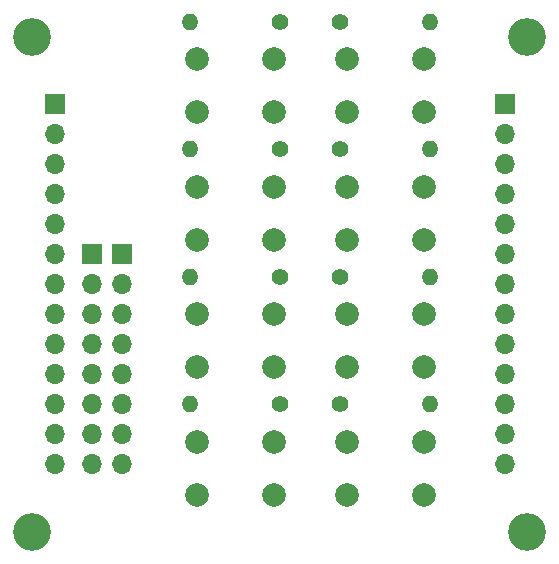
<source format=gbr>
G04 #@! TF.FileFunction,Soldermask,Top*
%FSLAX46Y46*%
G04 Gerber Fmt 4.6, Leading zero omitted, Abs format (unit mm)*
G04 Created by KiCad (PCBNEW 4.0.7+dfsg1-1~bpo9+1) date Mon Apr  2 19:59:58 2018*
%MOMM*%
%LPD*%
G01*
G04 APERTURE LIST*
%ADD10C,0.100000*%
%ADD11R,1.700000X1.700000*%
%ADD12O,1.700000X1.700000*%
%ADD13C,3.200000*%
%ADD14C,1.400000*%
%ADD15O,1.400000X1.400000*%
%ADD16C,2.000000*%
G04 APERTURE END LIST*
D10*
D11*
X168275000Y-92075000D03*
D12*
X168275000Y-94615000D03*
X168275000Y-97155000D03*
X168275000Y-99695000D03*
X168275000Y-102235000D03*
X168275000Y-104775000D03*
X168275000Y-107315000D03*
X168275000Y-109855000D03*
X168275000Y-112395000D03*
X168275000Y-114935000D03*
X168275000Y-117475000D03*
X168275000Y-120015000D03*
X168275000Y-122555000D03*
D13*
X128270000Y-86360000D03*
X170180000Y-86360000D03*
X170180000Y-128270000D03*
X128270000Y-128270000D03*
D11*
X130175000Y-92075000D03*
D12*
X130175000Y-94615000D03*
X130175000Y-97155000D03*
X130175000Y-99695000D03*
X130175000Y-102235000D03*
X130175000Y-104775000D03*
X130175000Y-107315000D03*
X130175000Y-109855000D03*
X130175000Y-112395000D03*
X130175000Y-114935000D03*
X130175000Y-117475000D03*
X130175000Y-120015000D03*
X130175000Y-122555000D03*
D11*
X133350000Y-104775000D03*
D12*
X133350000Y-107315000D03*
X133350000Y-109855000D03*
X133350000Y-112395000D03*
X133350000Y-114935000D03*
X133350000Y-117475000D03*
X133350000Y-120015000D03*
X133350000Y-122555000D03*
D11*
X135890000Y-104775000D03*
D12*
X135890000Y-107315000D03*
X135890000Y-109855000D03*
X135890000Y-112395000D03*
X135890000Y-114935000D03*
X135890000Y-117475000D03*
X135890000Y-120015000D03*
X135890000Y-122555000D03*
D14*
X149225000Y-85090000D03*
D15*
X141605000Y-85090000D03*
D14*
X154305000Y-85090000D03*
D15*
X161925000Y-85090000D03*
D14*
X149225000Y-95885000D03*
D15*
X141605000Y-95885000D03*
D14*
X154305000Y-95885000D03*
D15*
X161925000Y-95885000D03*
D14*
X149225000Y-106680000D03*
D15*
X141605000Y-106680000D03*
D14*
X154305000Y-106680000D03*
D15*
X161925000Y-106680000D03*
D14*
X149225000Y-117475000D03*
D15*
X141605000Y-117475000D03*
D14*
X154305000Y-117475000D03*
D15*
X161925000Y-117475000D03*
D16*
X142240000Y-92765000D03*
X142240000Y-88265000D03*
X148740000Y-92765000D03*
X148740000Y-88265000D03*
X154940000Y-92765000D03*
X154940000Y-88265000D03*
X161440000Y-92765000D03*
X161440000Y-88265000D03*
X142240000Y-103560000D03*
X142240000Y-99060000D03*
X148740000Y-103560000D03*
X148740000Y-99060000D03*
X154940000Y-103560000D03*
X154940000Y-99060000D03*
X161440000Y-103560000D03*
X161440000Y-99060000D03*
X142240000Y-114355000D03*
X142240000Y-109855000D03*
X148740000Y-114355000D03*
X148740000Y-109855000D03*
X154940000Y-114355000D03*
X154940000Y-109855000D03*
X161440000Y-114355000D03*
X161440000Y-109855000D03*
X142240000Y-125150000D03*
X142240000Y-120650000D03*
X148740000Y-125150000D03*
X148740000Y-120650000D03*
X154940000Y-125150000D03*
X154940000Y-120650000D03*
X161440000Y-125150000D03*
X161440000Y-120650000D03*
M02*

</source>
